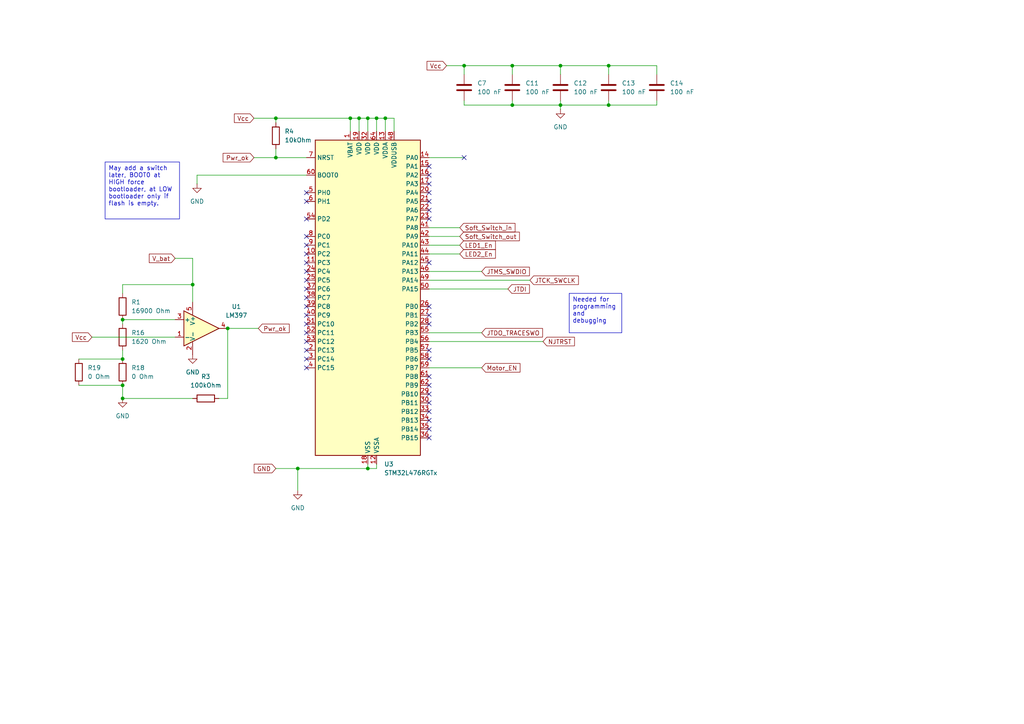
<source format=kicad_sch>
(kicad_sch (version 20231120) (generator "eeschema") (generator_version "8.0")
  (paper "A4")
  (lib_symbols
    (symbol "Comparator:LM397" (pin_names (offset 0.127))
      (property "Reference" "U" (at 1.27 5.08 0))
      (property "Value" "LM397" (at 3.81 -5.08 0))
      (symbol "LM397_0_1"
        (polyline (pts (xy -5.08 5.08) (xy 5.08 0) (xy -5.08 -5.08) (xy -5.08 5.08)) (stroke (width 0.254)) (fill (type background)))
      )
      (symbol "LM397_1_1"
        (pin input line (at -7.62 -2.54 0) (length 2.54) (name "-") (number "1"))
        (pin power_in line (at -2.54 -7.62 90) (length 3.81) (name "V-") (number "2"))
        (pin input line (at -7.62 2.54 0) (length 2.54) (name "+") (number "3"))
        (pin open_collector line (at 7.62 0 180) (length 2.54) (name "~") (number "4"))
        (pin power_in line (at -2.54 7.62 270) (length 3.81) (name "V+") (number "5"))
      )
    )
    (symbol "Device:C" (pin_numbers hide) (pin_names (offset 0.254))
      (property "Reference" "C" (at 0.635 2.54 0))
      (property "Value" "C" (at 0.635 -2.54 0))
      (symbol "C_0_1"
        (polyline (pts (xy -2.032 -0.762) (xy 2.032 -0.762)) (stroke (width 0.508)))
        (polyline (pts (xy -2.032 0.762) (xy 2.032 0.762)) (stroke (width 0.508)))
      )
      (symbol "C_1_1"
        (pin passive line (at 0 3.81 270) (length 2.794) (name "~") (number "1"))
        (pin passive line (at 0 -3.81 90) (length 2.794) (name "~") (number "2"))
      )
    )
    (symbol "Device:R" (pin_numbers hide) (pin_names (offset 0))
      (property "Reference" "R" (at 2.032 0 90))
      (property "Value" "R" (at 0 0 90))
      (symbol "R_0_1"
        (rectangle (start -1.016 -2.54) (end 1.016 2.54) (stroke (width 0.254)))
      )
      (symbol "R_1_1"
        (pin passive line (at 0 3.81 270) (length 1.27) (name "~") (number "1"))
        (pin passive line (at 0 -3.81 90) (length 1.27) (name "~") (number "2"))
      )
    )
    (symbol "MCU_ST_STM32L4:STM32L476RGTx"
      (property "Reference" "U" (at -15.24 46.99 0))
      (property "Value" "STM32L476RGTx" (at 10.16 46.99 0))
      (symbol "STM32L476RGTx_0_1"
        (rectangle (start -15.24 -45.72) (end 15.24 45.72) (stroke (width 0.254)) (fill (type background)))
      )
      (symbol "STM32L476RGTx_1_1"
        (pin power_in line (at -5.08 48.26 270) (length 2.54) (name "VBAT") (number "1"))
        (pin bidirectional line (at -17.78 12.7 0) (length 2.54) (name "PC2") (number "10"))
        (pin bidirectional line (at -17.78 10.16 0) (length 2.54) (name "PC3") (number "11"))
        (pin power_in line (at 2.54 -48.26 90) (length 2.54) (name "VSSA") (number "12"))
        (pin power_in line (at 5.08 48.26 270) (length 2.54) (name "VDDA") (number "13"))
        (pin bidirectional line (at 17.78 40.64 180) (length 2.54) (name "PA0") (number "14"))
        (pin bidirectional line (at 17.78 38.1 180) (length 2.54) (name "PA1") (number "15"))
        (pin bidirectional line (at 17.78 35.56 180) (length 2.54) (name "PA2") (number "16"))
        (pin bidirectional line (at 17.78 33.02 180) (length 2.54) (name "PA3") (number "17"))
        (pin power_in line (at 0 -48.26 90) (length 2.54) (name "VSS") (number "18"))
        (pin power_in line (at -2.54 48.26 270) (length 2.54) (name "VDD") (number "19"))
        (pin bidirectional line (at -17.78 -15.24 0) (length 2.54) (name "PC13") (number "2"))
        (pin bidirectional line (at 17.78 30.48 180) (length 2.54) (name "PA4") (number "20"))
        (pin bidirectional line (at 17.78 27.94 180) (length 2.54) (name "PA5") (number "21"))
        (pin bidirectional line (at 17.78 25.4 180) (length 2.54) (name "PA6") (number "22"))
        (pin bidirectional line (at 17.78 22.86 180) (length 2.54) (name "PA7") (number "23"))
        (pin bidirectional line (at -17.78 7.62 0) (length 2.54) (name "PC4") (number "24"))
        (pin bidirectional line (at -17.78 5.08 0) (length 2.54) (name "PC5") (number "25"))
        (pin bidirectional line (at 17.78 -2.54 180) (length 2.54) (name "PB0") (number "26"))
        (pin bidirectional line (at 17.78 -5.08 180) (length 2.54) (name "PB1") (number "27"))
        (pin bidirectional line (at 17.78 -7.62 180) (length 2.54) (name "PB2") (number "28"))
        (pin bidirectional line (at 17.78 -27.94 180) (length 2.54) (name "PB10") (number "29"))
        (pin bidirectional line (at -17.78 -17.78 0) (length 2.54) (name "PC14") (number "3"))
        (pin bidirectional line (at 17.78 -30.48 180) (length 2.54) (name "PB11") (number "30"))
        (pin passive line (at 0 -48.26 90) (length 2.54) hide (name "VSS") (number "31"))
        (pin power_in line (at 0 48.26 270) (length 2.54) (name "VDD") (number "32"))
        (pin bidirectional line (at 17.78 -33.02 180) (length 2.54) (name "PB12") (number "33"))
        (pin bidirectional line (at 17.78 -35.56 180) (length 2.54) (name "PB13") (number "34"))
        (pin bidirectional line (at 17.78 -38.1 180) (length 2.54) (name "PB14") (number "35"))
        (pin bidirectional line (at 17.78 -40.64 180) (length 2.54) (name "PB15") (number "36"))
        (pin bidirectional line (at -17.78 2.54 0) (length 2.54) (name "PC6") (number "37"))
        (pin bidirectional line (at -17.78 0 0) (length 2.54) (name "PC7") (number "38"))
        (pin bidirectional line (at -17.78 -2.54 0) (length 2.54) (name "PC8") (number "39"))
        (pin bidirectional line (at -17.78 -20.32 0) (length 2.54) (name "PC15") (number "4"))
        (pin bidirectional line (at -17.78 -5.08 0) (length 2.54) (name "PC9") (number "40"))
        (pin bidirectional line (at 17.78 20.32 180) (length 2.54) (name "PA8") (number "41"))
        (pin bidirectional line (at 17.78 17.78 180) (length 2.54) (name "PA9") (number "42"))
        (pin bidirectional line (at 17.78 15.24 180) (length 2.54) (name "PA10") (number "43"))
        (pin bidirectional line (at 17.78 12.7 180) (length 2.54) (name "PA11") (number "44"))
        (pin bidirectional line (at 17.78 10.16 180) (length 2.54) (name "PA12") (number "45"))
        (pin bidirectional line (at 17.78 7.62 180) (length 2.54) (name "PA13") (number "46"))
        (pin passive line (at 0 -48.26 90) (length 2.54) hide (name "VSS") (number "47"))
        (pin power_in line (at 7.62 48.26 270) (length 2.54) (name "VDDUSB") (number "48"))
        (pin bidirectional line (at 17.78 5.08 180) (length 2.54) (name "PA14") (number "49"))
        (pin bidirectional line (at -17.78 30.48 0) (length 2.54) (name "PH0") (number "5"))
        (pin bidirectional line (at 17.78 2.54 180) (length 2.54) (name "PA15") (number "50"))
        (pin bidirectional line (at -17.78 -7.62 0) (length 2.54) (name "PC10") (number "51"))
        (pin bidirectional line (at -17.78 -10.16 0) (length 2.54) (name "PC11") (number "52"))
        (pin bidirectional line (at -17.78 -12.7 0) (length 2.54) (name "PC12") (number "53"))
        (pin bidirectional line (at -17.78 22.86 0) (length 2.54) (name "PD2") (number "54"))
        (pin bidirectional line (at 17.78 -10.16 180) (length 2.54) (name "PB3") (number "55"))
        (pin bidirectional line (at 17.78 -12.7 180) (length 2.54) (name "PB4") (number "56"))
        (pin bidirectional line (at 17.78 -15.24 180) (length 2.54) (name "PB5") (number "57"))
        (pin bidirectional line (at 17.78 -17.78 180) (length 2.54) (name "PB6") (number "58"))
        (pin bidirectional line (at 17.78 -20.32 180) (length 2.54) (name "PB7") (number "59"))
        (pin bidirectional line (at -17.78 27.94 0) (length 2.54) (name "PH1") (number "6"))
        (pin input line (at -17.78 35.56 0) (length 2.54) (name "BOOT0") (number "60"))
        (pin bidirectional line (at 17.78 -22.86 180) (length 2.54) (name "PB8") (number "61"))
        (pin bidirectional line (at 17.78 -25.4 180) (length 2.54) (name "PB9") (number "62"))
        (pin passive line (at 0 -48.26 90) (length 2.54) hide (name "VSS") (number "63"))
        (pin power_in line (at 2.54 48.26 270) (length 2.54) (name "VDD") (number "64"))
        (pin input line (at -17.78 40.64 0) (length 2.54) (name "NRST") (number "7"))
        (pin bidirectional line (at -17.78 17.78 0) (length 2.54) (name "PC0") (number "8"))
        (pin bidirectional line (at -17.78 15.24 0) (length 2.54) (name "PC1") (number "9"))
      )
    )
    (symbol "power:GND" (power) (pin_numbers hide) (pin_names (offset 0) hide)
      (property "Value" "GND" (at 0 -3.81 0))
      (symbol "GND_0_1"
        (polyline (pts (xy 0 0) (xy 0 -1.27) (xy 1.27 -1.27) (xy 0 -2.54) (xy -1.27 -1.27) (xy 0 -1.27)))
      )
      (symbol "GND_1_1"
        (pin power_in line (at 0 0 270) (length 0) (name "~") (number "1"))
      )
    )
  )
  (junction (at 106.68 34.29))
  (junction (at 35.56 92.71))
  (junction (at 35.56 111.76))
  (junction (at 111.76 34.29))
  (junction (at 148.59 30.48))
  (junction (at 106.68 135.89))
  (junction (at 35.56 115.57))
  (junction (at 86.36 135.89))
  (junction (at 109.22 34.29))
  (junction (at 162.56 19.05))
  (junction (at 101.6 34.29))
  (junction (at 148.59 19.05))
  (junction (at 104.14 34.29))
  (junction (at 176.53 30.48))
  (junction (at 80.01 34.29))
  (junction (at 80.01 45.72))
  (junction (at 176.53 19.05))
  (junction (at 162.56 30.48))
  (junction (at 35.56 104.14))
  (junction (at 134.62 19.05))
  (junction (at 55.88 82.55))
  (junction (at 66.04 95.25))
  (no_connect (at 134.62 45.72))
  (no_connect (at 124.46 111.76))
  (no_connect (at 124.46 121.92))
  (no_connect (at 124.46 53.34))
  (no_connect (at 124.46 91.44))
  (no_connect (at 88.9 78.74))
  (no_connect (at 124.46 76.2))
  (no_connect (at 88.9 106.68))
  (no_connect (at 88.9 99.06))
  (no_connect (at 88.9 96.52))
  (no_connect (at 124.46 124.46))
  (no_connect (at 124.46 88.9))
  (no_connect (at 88.9 76.2))
  (no_connect (at 124.46 58.42))
  (no_connect (at 124.46 63.5))
  (no_connect (at 124.46 60.96))
  (no_connect (at 124.46 48.26))
  (no_connect (at 124.46 50.8))
  (no_connect (at 124.46 109.22))
  (no_connect (at 124.46 116.84))
  (no_connect (at 124.46 114.3))
  (no_connect (at 88.9 101.6))
  (no_connect (at 88.9 104.14))
  (no_connect (at 124.46 104.14))
  (no_connect (at 124.46 101.6))
  (no_connect (at 88.9 91.44))
  (no_connect (at 124.46 119.38))
  (no_connect (at 88.9 83.82))
  (no_connect (at 88.9 58.42))
  (no_connect (at 88.9 93.98))
  (no_connect (at 88.9 55.88))
  (no_connect (at 88.9 86.36))
  (no_connect (at 88.9 73.66))
  (no_connect (at 124.46 55.88))
  (no_connect (at 124.46 93.98))
  (no_connect (at 88.9 71.12))
  (no_connect (at 124.46 127))
  (no_connect (at 88.9 88.9))
  (no_connect (at 88.9 68.58))
  (no_connect (at 88.9 63.5))
  (no_connect (at 88.9 81.28))
  (wire (pts (xy 109.22 34.29) (xy 111.76 34.29)))
  (wire (pts (xy 35.56 111.76) (xy 35.56 115.57)))
  (wire (pts (xy 22.86 111.76) (xy 35.56 111.76)))
  (wire (pts (xy 134.62 30.48) (xy 148.59 30.48)))
  (wire (pts (xy 162.56 21.59) (xy 162.56 19.05)))
  (wire (pts (xy 106.68 34.29) (xy 106.68 38.1)))
  (wire (pts (xy 162.56 29.21) (xy 162.56 30.48)))
  (wire (pts (xy 104.14 34.29) (xy 106.68 34.29)))
  (wire (pts (xy 57.15 50.8) (xy 57.15 53.34)))
  (wire (pts (xy 50.8 74.93) (xy 55.88 74.93)))
  (wire (pts (xy 101.6 34.29) (xy 101.6 38.1)))
  (wire (pts (xy 124.46 45.72) (xy 134.62 45.72)))
  (wire (pts (xy 73.66 45.72) (xy 80.01 45.72)))
  (wire (pts (xy 124.46 78.74) (xy 139.7 78.74)))
  (wire (pts (xy 106.68 34.29) (xy 109.22 34.29)))
  (wire (pts (xy 109.22 34.29) (xy 109.22 38.1)))
  (wire (pts (xy 148.59 19.05) (xy 148.59 21.59)))
  (wire (pts (xy 104.14 38.1) (xy 104.14 34.29)))
  (wire (pts (xy 162.56 19.05) (xy 176.53 19.05)))
  (wire (pts (xy 134.62 29.21) (xy 134.62 30.48)))
  (wire (pts (xy 176.53 30.48) (xy 190.5 30.48)))
  (wire (pts (xy 148.59 19.05) (xy 162.56 19.05)))
  (wire (pts (xy 35.56 101.6) (xy 35.56 104.14)))
  (wire (pts (xy 106.68 134.62) (xy 106.68 135.89)))
  (wire (pts (xy 80.01 34.29) (xy 73.66 34.29)))
  (wire (pts (xy 66.04 95.25) (xy 66.04 115.57)))
  (wire (pts (xy 148.59 29.21) (xy 148.59 30.48)))
  (wire (pts (xy 101.6 34.29) (xy 80.01 34.29)))
  (wire (pts (xy 134.62 21.59) (xy 134.62 19.05)))
  (wire (pts (xy 124.46 71.12) (xy 133.35 71.12)))
  (wire (pts (xy 80.01 34.29) (xy 80.01 35.56)))
  (wire (pts (xy 88.9 50.8) (xy 57.15 50.8)))
  (wire (pts (xy 190.5 21.59) (xy 190.5 19.05)))
  (wire (pts (xy 111.76 34.29) (xy 114.3 34.29)))
  (wire (pts (xy 35.56 85.09) (xy 35.56 82.55)))
  (wire (pts (xy 22.86 104.14) (xy 35.56 104.14)))
  (wire (pts (xy 80.01 135.89) (xy 86.36 135.89)))
  (wire (pts (xy 176.53 19.05) (xy 190.5 19.05)))
  (wire (pts (xy 80.01 45.72) (xy 88.9 45.72)))
  (wire (pts (xy 26.67 97.79) (xy 50.8 97.79)))
  (wire (pts (xy 162.56 30.48) (xy 176.53 30.48)))
  (wire (pts (xy 134.62 19.05) (xy 148.59 19.05)))
  (wire (pts (xy 106.68 135.89) (xy 109.22 135.89)))
  (wire (pts (xy 176.53 29.21) (xy 176.53 30.48)))
  (wire (pts (xy 124.46 96.52) (xy 139.7 96.52)))
  (wire (pts (xy 35.56 92.71) (xy 50.8 92.71)))
  (wire (pts (xy 80.01 43.18) (xy 80.01 45.72)))
  (wire (pts (xy 86.36 142.24) (xy 86.36 135.89)))
  (wire (pts (xy 35.56 92.71) (xy 35.56 93.98)))
  (wire (pts (xy 124.46 83.82) (xy 147.32 83.82)))
  (wire (pts (xy 129.54 19.05) (xy 134.62 19.05)))
  (wire (pts (xy 124.46 99.06) (xy 157.48 99.06)))
  (wire (pts (xy 109.22 134.62) (xy 109.22 135.89)))
  (wire (pts (xy 114.3 38.1) (xy 114.3 34.29)))
  (wire (pts (xy 124.46 81.28) (xy 153.67 81.28)))
  (wire (pts (xy 124.46 66.04) (xy 133.35 66.04)))
  (wire (pts (xy 55.88 82.55) (xy 55.88 87.63)))
  (wire (pts (xy 176.53 21.59) (xy 176.53 19.05)))
  (wire (pts (xy 35.56 115.57) (xy 55.88 115.57)))
  (wire (pts (xy 148.59 30.48) (xy 162.56 30.48)))
  (wire (pts (xy 66.04 95.25) (xy 74.93 95.25)))
  (wire (pts (xy 124.46 68.58) (xy 133.35 68.58)))
  (wire (pts (xy 190.5 29.21) (xy 190.5 30.48)))
  (wire (pts (xy 63.5 115.57) (xy 66.04 115.57)))
  (wire (pts (xy 35.56 82.55) (xy 55.88 82.55)))
  (wire (pts (xy 124.46 106.68) (xy 139.7 106.68)))
  (wire (pts (xy 111.76 38.1) (xy 111.76 34.29)))
  (wire (pts (xy 55.88 74.93) (xy 55.88 82.55)))
  (wire (pts (xy 86.36 135.89) (xy 106.68 135.89)))
  (wire (pts (xy 104.14 34.29) (xy 101.6 34.29)))
  (wire (pts (xy 124.46 73.66) (xy 133.35 73.66)))
  (wire (pts (xy 162.56 30.48) (xy 162.56 31.75)))
  (text_box "Needed for programming and debugging\n" (at 165.1 85.09 0) (size 15.24 11.43) (effects (font (size 1.27 1.27)) (justify left top)))
  (text_box "May add a switch later, BOOT0 at HIGH force bootloader, at LOW bootloader only if flash is empty.\n" (at 30.48 46.99 0) (size 21.59 16.51) (effects (font (size 1.27 1.27)) (justify left top)))
  (global_label "GND" (shape input) (at 80.01 135.89 180) (property "Intersheetrefs" "${INTERSHEET_REFS}" (effects (hide yes))))
  (global_label "LED1_En" (shape input) (at 133.35 71.12 0) (property "Intersheetrefs" "${INTERSHEET_REFS}" (effects (hide yes))))
  (global_label "LED2_En" (shape input) (at 133.35 73.66 0) (property "Intersheetrefs" "${INTERSHEET_REFS}" (effects (hide yes))))
  (global_label "V_bat" (shape input) (at 50.8 74.93 180) (property "Intersheetrefs" "${INTERSHEET_REFS}" (effects (hide yes))))
  (global_label "JTDI" (shape input) (at 147.32 83.82 0) (property "Intersheetrefs" "${INTERSHEET_REFS}" (effects (hide yes))))
  (global_label "Vcc" (shape input) (at 129.54 19.05 180) (property "Intersheetrefs" "${INTERSHEET_REFS}" (effects (hide yes))))
  (global_label "Vcc" (shape input) (at 26.67 97.79 180) (property "Intersheetrefs" "${INTERSHEET_REFS}" (effects (hide yes))))
  (global_label "Pwr_ok" (shape input) (at 74.93 95.25 0) (property "Intersheetrefs" "${INTERSHEET_REFS}" (effects (hide yes))))
  (global_label "JTCK_SWCLK" (shape input) (at 153.67 81.28 0) (property "Intersheetrefs" "${INTERSHEET_REFS}" (effects (hide yes))))
  (global_label "Soft_Switch_in" (shape input) (at 133.35 66.04 0) (property "Intersheetrefs" "${INTERSHEET_REFS}" (effects (hide yes))))
  (global_label "JTDO_TRACESWO" (shape input) (at 139.7 96.52 0) (property "Intersheetrefs" "${INTERSHEET_REFS}" (effects (hide yes))))
  (global_label "Vcc" (shape input) (at 73.66 34.29 180) (property "Intersheetrefs" "${INTERSHEET_REFS}" (effects (hide yes))))
  (global_label "Pwr_ok" (shape input) (at 73.66 45.72 180) (property "Intersheetrefs" "${INTERSHEET_REFS}" (effects (hide yes))))
  (global_label "Soft_Switch_out" (shape input) (at 133.35 68.58 0) (property "Intersheetrefs" "${INTERSHEET_REFS}" (effects (hide yes))))
  (global_label "JTMS_SWDIO" (shape input) (at 139.7 78.74 0) (property "Intersheetrefs" "${INTERSHEET_REFS}" (effects (hide yes))))
  (global_label "NJTRST" (shape input) (at 157.48 99.06 0) (property "Intersheetrefs" "${INTERSHEET_REFS}" (effects (hide yes))))
  (global_label "Motor_EN" (shape input) (at 139.7 106.68 0) (property "Intersheetrefs" "${INTERSHEET_REFS}" (effects (hide yes))))
  (symbol (lib_id "Device:R") (at 22.86 107.95 0) (unit 1)
    (property "Reference" "R19" (at 25.4 106.6799 0) (effects (justify left)))
    (property "Value" "0 Ohm" (at 25.4 109.2199 0) (effects (justify left)))
    (property "Footprint" "Resistor_SMD:R_0201_0603Metric_Pad0.64x0.40mm_HandSolder" (effects (hide yes)))
    (property "Description" "Resistor" (effects (hide yes)))
  )
  (symbol (lib_id "power:GND") (at 35.56 115.57 0) (unit 1)
    (property "Reference" "#PWR01" (effects (hide yes)))
    (property "Value" "GND" (at 35.56 120.65 0))
    (property "Description" "Power symbol creates a global label with name \"GND\" , ground" (effects (hide yes)))
  )
  (symbol (lib_id "Comparator:LM397") (at 58.42 95.25 0) (unit 1)
    (property "Reference" "U1" (at 68.58 88.9314 0))
    (property "Value" "LM397" (at 68.58 91.4714 0))
    (property "Footprint" "Package_TO_SOT_SMD:SOT-23-5" (effects (hide yes)))
    (property "Datasheet" "http://www.ti.com/lit/ds/symlink/lm397.pdf" (effects (hide yes)))
    (property "Description" "Single General-Purpose Voltage Comparator with Open-Collector Output, SOT-23-5" (effects (hide yes)))
  )
  (symbol (lib_id "power:GND") (at 86.36 142.24 0) (unit 1)
    (property "Reference" "#PWR05" (effects (hide yes)))
    (property "Value" "GND" (at 86.36 147.32 0))
    (property "Description" "Power symbol creates a global label with name \"GND\" , ground" (effects (hide yes)))
  )
  (symbol (lib_id "Device:R") (at 80.01 39.37 0) (unit 1)
    (property "Reference" "R4" (at 82.55 38.0999 0) (effects (justify left)))
    (property "Value" "10kOhm" (at 82.55 40.6399 0) (effects (justify left)))
    (property "Footprint" "Resistor_SMD:R_0201_0603Metric_Pad0.64x0.40mm_HandSolder" (effects (hide yes)))
    (property "Description" "Resistor" (effects (hide yes)))
  )
  (symbol (lib_id "Device:C") (at 134.62 25.4 0) (unit 1)
    (property "Reference" "C7" (at 138.43 24.1299 0) (effects (justify left)))
    (property "Value" "100 nF" (at 138.43 26.6699 0) (effects (justify left)))
    (property "Footprint" "Capacitor_SMD:C_0201_0603Metric_Pad0.64x0.40mm_HandSolder" (effects (hide yes)))
    (property "Description" "Unpolarized capacitor" (effects (hide yes)))
  )
  (symbol (lib_id "Device:C") (at 176.53 25.4 0) (unit 1)
    (property "Reference" "C13" (at 180.34 24.1299 0) (effects (justify left)))
    (property "Value" "100 nF" (at 180.34 26.6699 0) (effects (justify left)))
    (property "Footprint" "Capacitor_SMD:C_0201_0603Metric_Pad0.64x0.40mm_HandSolder" (effects (hide yes)))
    (property "Description" "Unpolarized capacitor" (effects (hide yes)))
  )
  (symbol (lib_id "Device:C") (at 190.5 25.4 0) (unit 1)
    (property "Reference" "C14" (at 194.31 24.1299 0) (effects (justify left)))
    (property "Value" "100 nF" (at 194.31 26.6699 0) (effects (justify left)))
    (property "Footprint" "Capacitor_SMD:C_0201_0603Metric_Pad0.64x0.40mm_HandSolder" (effects (hide yes)))
    (property "Description" "Unpolarized capacitor" (effects (hide yes)))
  )
  (symbol (lib_id "Device:R") (at 35.56 88.9 0) (unit 1)
    (property "Reference" "R1" (at 38.1 87.6299 0) (effects (justify left)))
    (property "Value" "16900 Ohm" (at 38.1 90.1699 0) (effects (justify left)))
    (property "Footprint" "Resistor_SMD:R_0201_0603Metric" (effects (hide yes)))
    (property "Description" "Resistor" (effects (hide yes)))
  )
  (symbol (lib_id "Device:C") (at 162.56 25.4 0) (unit 1)
    (property "Reference" "C12" (at 166.37 24.1299 0) (effects (justify left)))
    (property "Value" "100 nF" (at 166.37 26.6699 0) (effects (justify left)))
    (property "Footprint" "Capacitor_SMD:C_0201_0603Metric_Pad0.64x0.40mm_HandSolder" (effects (hide yes)))
    (property "Description" "Unpolarized capacitor" (effects (hide yes)))
  )
  (symbol (lib_id "Device:C") (at 148.59 25.4 0) (unit 1)
    (property "Reference" "C11" (at 152.4 24.1299 0) (effects (justify left)))
    (property "Value" "100 nF" (at 152.4 26.6699 0) (effects (justify left)))
    (property "Footprint" "Capacitor_SMD:C_0201_0603Metric_Pad0.64x0.40mm_HandSolder" (effects (hide yes)))
    (property "Description" "Unpolarized capacitor" (effects (hide yes)))
  )
  (symbol (lib_id "power:GND") (at 55.88 102.87 0) (unit 1)
    (property "Reference" "#PWR03" (effects (hide yes)))
    (property "Value" "GND" (at 55.88 107.95 0))
    (property "Description" "Power symbol creates a global label with name \"GND\" , ground" (effects (hide yes)))
  )
  (symbol (lib_id "Device:R") (at 35.56 97.79 0) (unit 1)
    (property "Reference" "R16" (at 38.1 96.5199 0) (effects (justify left)))
    (property "Value" "1620 Ohm" (at 38.1 99.0599 0) (effects (justify left)))
    (property "Footprint" "Resistor_SMD:R_0201_0603Metric" (effects (hide yes)))
    (property "Description" "Resistor" (effects (hide yes)))
  )
  (symbol (lib_id "power:GND") (at 162.56 31.75 0) (unit 1)
    (property "Reference" "#PWR08" (effects (hide yes)))
    (property "Value" "GND" (at 162.56 36.83 0))
    (property "Description" "Power symbol creates a global label with name \"GND\" , ground" (effects (hide yes)))
  )
  (symbol (lib_id "power:GND") (at 57.15 53.34 0) (unit 1)
    (property "Reference" "#PWR04" (effects (hide yes)))
    (property "Value" "GND" (at 57.15 58.42 0))
    (property "Description" "Power symbol creates a global label with name \"GND\" , ground" (effects (hide yes)))
  )
  (symbol (lib_id "Device:R") (at 59.69 115.57 90) (unit 1)
    (property "Reference" "R3" (at 59.69 109.22 90))
    (property "Value" "100kOhm" (at 59.69 111.76 90))
    (property "Footprint" "Resistor_SMD:R_0201_0603Metric_Pad0.64x0.40mm_HandSolder" (effects (hide yes)))
    (property "Description" "Resistor" (effects (hide yes)))
  )
  (symbol (lib_id "Device:R") (at 35.56 107.95 0) (unit 1)
    (property "Reference" "R18" (at 38.1 106.6799 0) (effects (justify left)))
    (property "Value" "0 Ohm" (at 38.1 109.2199 0) (effects (justify left)))
    (property "Footprint" "Resistor_SMD:R_0201_0603Metric_Pad0.64x0.40mm_HandSolder" (effects (hide yes)))
    (property "Description" "Resistor" (effects (hide yes)))
  )
  (symbol (lib_id "MCU_ST_STM32L4:STM32L476RGTx") (at 106.68 86.36 0) (unit 1)
    (property "Reference" "U3" (at 111.4141 134.62 0) (effects (justify left)))
    (property "Value" "STM32L476RGTx" (at 111.4141 137.16 0) (effects (justify left)))
    (property "Footprint" "Package_QFP:LQFP-64_10x10mm_P0.5mm" (effects (hide yes)))
    (property "Datasheet" "https://www.st.com/resource/en/datasheet/stm32l476rg.pdf" (effects (hide yes)))
    (property "Description" "STMicroelectronics Arm Cortex-M4 MCU, 1024KB flash, 128KB RAM, 80 MHz, 1.71-3.6V, 51 GPIO, LQFP64" (effects (hide yes)))
  )
)
</source>
